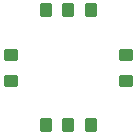
<source format=gbr>
%TF.GenerationSoftware,KiCad,Pcbnew,9.0.4*%
%TF.CreationDate,2025-12-09T12:16:09-05:00*%
%TF.ProjectId,TARS,54415253-2e6b-4696-9361-645f70636258,rev?*%
%TF.SameCoordinates,Original*%
%TF.FileFunction,Paste,Bot*%
%TF.FilePolarity,Positive*%
%FSLAX46Y46*%
G04 Gerber Fmt 4.6, Leading zero omitted, Abs format (unit mm)*
G04 Created by KiCad (PCBNEW 9.0.4) date 2025-12-09 12:16:09*
%MOMM*%
%LPD*%
G01*
G04 APERTURE LIST*
G04 Aperture macros list*
%AMRoundRect*
0 Rectangle with rounded corners*
0 $1 Rounding radius*
0 $2 $3 $4 $5 $6 $7 $8 $9 X,Y pos of 4 corners*
0 Add a 4 corners polygon primitive as box body*
4,1,4,$2,$3,$4,$5,$6,$7,$8,$9,$2,$3,0*
0 Add four circle primitives for the rounded corners*
1,1,$1+$1,$2,$3*
1,1,$1+$1,$4,$5*
1,1,$1+$1,$6,$7*
1,1,$1+$1,$8,$9*
0 Add four rect primitives between the rounded corners*
20,1,$1+$1,$2,$3,$4,$5,0*
20,1,$1+$1,$4,$5,$6,$7,0*
20,1,$1+$1,$6,$7,$8,$9,0*
20,1,$1+$1,$8,$9,$2,$3,0*%
G04 Aperture macros list end*
%ADD10RoundRect,0.150000X0.475000X-0.350000X0.475000X0.350000X-0.475000X0.350000X-0.475000X-0.350000X0*%
%ADD11RoundRect,0.150000X0.350000X0.475000X-0.350000X0.475000X-0.350000X-0.475000X0.350000X-0.475000X0*%
G04 APERTURE END LIST*
D10*
%TO.C,SW1*%
X140450000Y-128150000D03*
X140450000Y-130350000D03*
D11*
X143425000Y-134125000D03*
X145325000Y-134125000D03*
X147225000Y-134125000D03*
D10*
X150200000Y-130350000D03*
X150200000Y-128150000D03*
D11*
X147225000Y-124375000D03*
X145325000Y-124375000D03*
X143425000Y-124375000D03*
%TD*%
M02*

</source>
